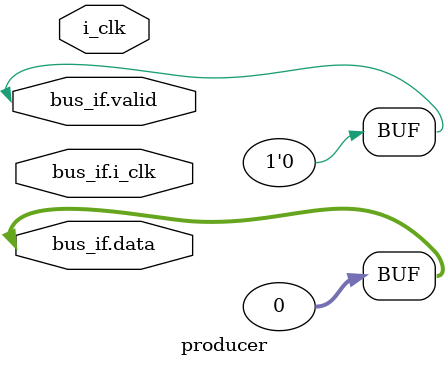
<source format=sv>
interface bus #(parameter p_width=32) (input logic i_clk);
  logic               valid;
  logic [p_width-1:0] data;
endinterface

module producer(input logic i_clk, bus bus_if);
  assign bus_if.valid = 0;
  assign bus_if.data = 0;
endmodule

module consumer #(parameter p_width=32) (input logic i_clk, bus bus_if);
  logic valid_q;
  logic [p_width-1:0] data_q;
  always_ff @(posedge i_clk) begin
    valid_q <= bus_if.valid;
    data_q <= bus_if.data;
  end
endmodule

module top(input logic i_clk);
  bus bus_if(i_clk);
  producer p(.*);
  consumer c(.*);
endmodule

</source>
